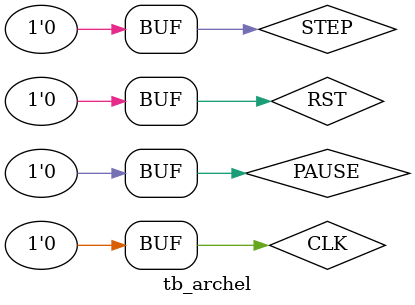
<source format=v>
`timescale 1ns / 1ps


module tb_archel;

	// Inputs
	reg CLK;
	reg PAUSE;
	reg RST;
	reg STEP;

	// Outputs
	wire [6:0] VGA;

	// Instantiate the Unit Under Test (UUT)
	archel uut (
		.CLK(CLK), 
		.PAUSE(PAUSE), 
		.RST(RST), 
		.STEP(STEP), 
		.VGA(VGA)
	);

	initial begin
		// Initialize Inputs
		CLK = 0;
		PAUSE = 0;
		RST = 0;
		STEP = 0;

		// Wait 100 ns for global reset to finish
		#100;
        
		// Add stimulus here
		RST = 1;
		#10;
		RST = 0;
		#10;

		
	end
      
endmodule


</source>
